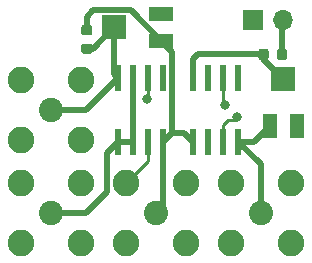
<source format=gbr>
%TF.GenerationSoftware,KiCad,Pcbnew,(5.1.6)-1*%
%TF.CreationDate,2020-09-06T17:04:42-07:00*%
%TF.ProjectId,frontendtest,66726f6e-7465-46e6-9474-6573742e6b69,rev?*%
%TF.SameCoordinates,Original*%
%TF.FileFunction,Copper,L1,Top*%
%TF.FilePolarity,Positive*%
%FSLAX46Y46*%
G04 Gerber Fmt 4.6, Leading zero omitted, Abs format (unit mm)*
G04 Created by KiCad (PCBNEW (5.1.6)-1) date 2020-09-06 17:04:42*
%MOMM*%
%LPD*%
G01*
G04 APERTURE LIST*
%TA.AperFunction,ComponentPad*%
%ADD10C,2.250000*%
%TD*%
%TA.AperFunction,ComponentPad*%
%ADD11C,2.050000*%
%TD*%
%TA.AperFunction,ComponentPad*%
%ADD12O,1.700000X1.700000*%
%TD*%
%TA.AperFunction,ComponentPad*%
%ADD13R,1.700000X1.700000*%
%TD*%
%TA.AperFunction,SMDPad,CuDef*%
%ADD14R,0.600000X2.200000*%
%TD*%
%TA.AperFunction,SMDPad,CuDef*%
%ADD15R,2.000000X1.300000*%
%TD*%
%TA.AperFunction,SMDPad,CuDef*%
%ADD16R,2.000000X2.000000*%
%TD*%
%TA.AperFunction,SMDPad,CuDef*%
%ADD17R,1.300000X2.000000*%
%TD*%
%TA.AperFunction,ViaPad*%
%ADD18C,0.800000*%
%TD*%
%TA.AperFunction,Conductor*%
%ADD19C,0.500000*%
%TD*%
%TA.AperFunction,Conductor*%
%ADD20C,0.250000*%
%TD*%
G04 APERTURE END LIST*
%TO.P,R1,2*%
%TO.N,Net-(100k1-Pad2)*%
%TA.AperFunction,SMDPad,CuDef*%
G36*
G01*
X94646000Y-113789750D02*
X94646000Y-114302250D01*
G75*
G02*
X94427250Y-114521000I-218750J0D01*
G01*
X93989750Y-114521000D01*
G75*
G02*
X93771000Y-114302250I0J218750D01*
G01*
X93771000Y-113789750D01*
G75*
G02*
X93989750Y-113571000I218750J0D01*
G01*
X94427250Y-113571000D01*
G75*
G02*
X94646000Y-113789750I0J-218750D01*
G01*
G37*
%TD.AperFunction*%
%TO.P,R1,1*%
%TO.N,GND*%
%TA.AperFunction,SMDPad,CuDef*%
G36*
G01*
X96221000Y-113789750D02*
X96221000Y-114302250D01*
G75*
G02*
X96002250Y-114521000I-218750J0D01*
G01*
X95564750Y-114521000D01*
G75*
G02*
X95346000Y-114302250I0J218750D01*
G01*
X95346000Y-113789750D01*
G75*
G02*
X95564750Y-113571000I218750J0D01*
G01*
X96002250Y-113571000D01*
G75*
G02*
X96221000Y-113789750I0J-218750D01*
G01*
G37*
%TD.AperFunction*%
%TD*%
%TO.P,C1,2*%
%TO.N,Net-(1M1-Pad1)*%
%TA.AperFunction,SMDPad,CuDef*%
G36*
G01*
X79504250Y-112426000D02*
X78991750Y-112426000D01*
G75*
G02*
X78773000Y-112207250I0J218750D01*
G01*
X78773000Y-111769750D01*
G75*
G02*
X78991750Y-111551000I218750J0D01*
G01*
X79504250Y-111551000D01*
G75*
G02*
X79723000Y-111769750I0J-218750D01*
G01*
X79723000Y-112207250D01*
G75*
G02*
X79504250Y-112426000I-218750J0D01*
G01*
G37*
%TD.AperFunction*%
%TO.P,C1,1*%
%TO.N,Net-(1M1-Pad2)*%
%TA.AperFunction,SMDPad,CuDef*%
G36*
G01*
X79504250Y-114001000D02*
X78991750Y-114001000D01*
G75*
G02*
X78773000Y-113782250I0J218750D01*
G01*
X78773000Y-113344750D01*
G75*
G02*
X78991750Y-113126000I218750J0D01*
G01*
X79504250Y-113126000D01*
G75*
G02*
X79723000Y-113344750I0J-218750D01*
G01*
X79723000Y-113782250D01*
G75*
G02*
X79504250Y-114001000I-218750J0D01*
G01*
G37*
%TD.AperFunction*%
%TD*%
D10*
%TO.P,J5,2*%
%TO.N,GND*%
X82550000Y-130048000D03*
X82550000Y-124968000D03*
X87630000Y-124968000D03*
X87630000Y-130048000D03*
D11*
%TO.P,J5,1*%
%TO.N,Net-(1M1-Pad1)*%
X85090000Y-127508000D03*
%TD*%
D12*
%TO.P,J2,2*%
%TO.N,GND*%
X95885000Y-111125000D03*
D13*
%TO.P,J2,1*%
%TO.N,+10V*%
X93345000Y-111125000D03*
%TD*%
D14*
%TO.P,U2,4*%
%TO.N,Net-(100k1-Pad1)*%
X92075000Y-121445000D03*
%TO.P,U2,5*%
%TO.N,N/C*%
X92075000Y-116045000D03*
%TO.P,U2,3*%
%TO.N,GND*%
X90805000Y-121445000D03*
%TO.P,U2,6*%
%TO.N,+10V*%
X90805000Y-116045000D03*
%TO.P,U2,2*%
%TO.N,Net-(U2-Pad2)*%
X89535000Y-121445000D03*
%TO.P,U2,7*%
%TO.N,Net-(U2-Pad7)*%
X89535000Y-116045000D03*
%TO.P,U2,1*%
%TO.N,Net-(1M1-Pad1)*%
X88265000Y-121445000D03*
%TO.P,U2,8*%
%TO.N,Net-(100k1-Pad2)*%
X88265000Y-116045000D03*
%TD*%
%TO.P,U1,4*%
%TO.N,Net-(1M1-Pad1)*%
X85725000Y-121445000D03*
%TO.P,U1,5*%
%TO.N,N/C*%
X85725000Y-116045000D03*
%TO.P,U1,3*%
%TO.N,GND*%
X84455000Y-121445000D03*
%TO.P,U1,6*%
%TO.N,+10V*%
X84455000Y-116045000D03*
%TO.P,U1,2*%
%TO.N,Net-(J3-Pad1)*%
X83185000Y-121445000D03*
%TO.P,U1,7*%
X83185000Y-116045000D03*
%TO.P,U1,1*%
X81915000Y-121445000D03*
%TO.P,U1,8*%
%TO.N,Net-(1M1-Pad2)*%
X81915000Y-116045000D03*
%TD*%
D10*
%TO.P,J4,2*%
%TO.N,GND*%
X91440000Y-130048000D03*
X91440000Y-124968000D03*
X96520000Y-124968000D03*
X96520000Y-130048000D03*
D11*
%TO.P,J4,1*%
%TO.N,Net-(100k1-Pad1)*%
X93980000Y-127508000D03*
%TD*%
D10*
%TO.P,J3,2*%
%TO.N,GND*%
X73660000Y-130048000D03*
X73660000Y-124968000D03*
X78740000Y-124968000D03*
X78740000Y-130048000D03*
D11*
%TO.P,J3,1*%
%TO.N,Net-(J3-Pad1)*%
X76200000Y-127508000D03*
%TD*%
D10*
%TO.P,J1,2*%
%TO.N,GND*%
X73660000Y-121285000D03*
X73660000Y-116205000D03*
X78740000Y-116205000D03*
X78740000Y-121285000D03*
D11*
%TO.P,J1,1*%
%TO.N,Net-(1M1-Pad2)*%
X76200000Y-118745000D03*
%TD*%
D15*
%TO.P,1M1,3*%
%TO.N,Net-(1M1-Pad3)*%
X85566000Y-110610000D03*
D16*
%TO.P,1M1,2*%
%TO.N,Net-(1M1-Pad2)*%
X81566000Y-111760000D03*
D15*
%TO.P,1M1,1*%
%TO.N,Net-(1M1-Pad1)*%
X85566000Y-112910000D03*
%TD*%
D17*
%TO.P,100k1,3*%
%TO.N,Net-(100k1-Pad3)*%
X97035000Y-120110000D03*
D16*
%TO.P,100k1,2*%
%TO.N,Net-(100k1-Pad2)*%
X95885000Y-116110000D03*
D17*
%TO.P,100k1,1*%
%TO.N,Net-(100k1-Pad1)*%
X94735000Y-120110000D03*
%TD*%
D18*
%TO.N,GND*%
X91948000Y-119380000D03*
%TO.N,+10V*%
X84328000Y-117856000D03*
X90932000Y-118364000D03*
%TD*%
D19*
%TO.N,Net-(100k1-Pad2)*%
X88265000Y-114445000D02*
X88664000Y-114046000D01*
X88265000Y-116045000D02*
X88265000Y-114445000D01*
X88664000Y-114046000D02*
X94208500Y-114046000D01*
X94208500Y-114433500D02*
X95885000Y-116110000D01*
X94208500Y-114046000D02*
X94208500Y-114433500D01*
D20*
%TO.N,Net-(1M1-Pad2)*%
X81915000Y-112109000D02*
X81566000Y-111760000D01*
D19*
%TO.N,Net-(100k1-Pad1)*%
X93980000Y-123350000D02*
X93980000Y-127508000D01*
X92075000Y-121445000D02*
X93980000Y-123350000D01*
X93400000Y-121445000D02*
X94735000Y-120110000D01*
X92075000Y-121445000D02*
X93400000Y-121445000D01*
%TO.N,Net-(1M1-Pad2)*%
X79215000Y-118745000D02*
X81915000Y-116045000D01*
X76200000Y-118745000D02*
X79215000Y-118745000D01*
X81566000Y-115696000D02*
X81915000Y-116045000D01*
X81566000Y-111760000D02*
X81566000Y-115696000D01*
X81035000Y-112291000D02*
X81566000Y-111760000D01*
X79762500Y-113563500D02*
X81566000Y-111760000D01*
X79248000Y-113563500D02*
X79762500Y-113563500D01*
D20*
%TO.N,GND*%
X90805000Y-124333000D02*
X91440000Y-124968000D01*
X84455000Y-123063000D02*
X82550000Y-124968000D01*
X84455000Y-121445000D02*
X84455000Y-123063000D01*
X91698653Y-119629347D02*
X91948000Y-119380000D01*
X90805000Y-121445000D02*
X90805000Y-120015000D01*
X91190653Y-119629347D02*
X91698653Y-119629347D01*
X90805000Y-120015000D02*
X91190653Y-119629347D01*
D19*
X95783500Y-111226500D02*
X95885000Y-111125000D01*
X95783500Y-114046000D02*
X95783500Y-111226500D01*
D20*
%TO.N,+10V*%
X84455000Y-116045000D02*
X84455000Y-117729000D01*
X84455000Y-117729000D02*
X84328000Y-117856000D01*
X90805000Y-116045000D02*
X90805000Y-118237000D01*
X90805000Y-118237000D02*
X90932000Y-118364000D01*
D19*
%TO.N,Net-(J3-Pad1)*%
X80974999Y-122385001D02*
X81915000Y-121445000D01*
X79191000Y-127508000D02*
X80974999Y-125724001D01*
X80974999Y-125724001D02*
X80974999Y-122385001D01*
X76200000Y-127508000D02*
X79191000Y-127508000D01*
X81915000Y-121445000D02*
X83185000Y-121445000D01*
X83185000Y-121445000D02*
X83185000Y-116045000D01*
%TO.N,Net-(1M1-Pad1)*%
X86475001Y-120694999D02*
X85725000Y-121445000D01*
X86475001Y-113819001D02*
X86475001Y-120694999D01*
X85566000Y-112910000D02*
X86475001Y-113819001D01*
X87514999Y-120694999D02*
X88265000Y-121445000D01*
X86475001Y-120694999D02*
X87514999Y-120694999D01*
X85725000Y-126873000D02*
X85090000Y-127508000D01*
X85725000Y-121445000D02*
X85725000Y-126873000D01*
X82965999Y-110309999D02*
X85566000Y-112910000D01*
X79809993Y-110309999D02*
X82965999Y-110309999D01*
X79248000Y-110871992D02*
X79809993Y-110309999D01*
X79248000Y-111988500D02*
X79248000Y-110871992D01*
%TD*%
M02*

</source>
